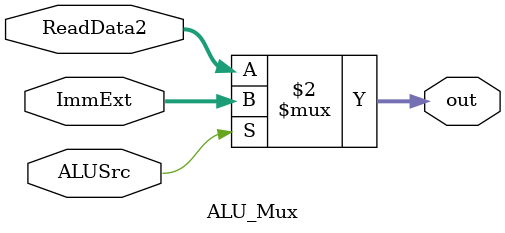
<source format=v>
`timescale 1ns / 1ps

module ALU_Mux(
    input [31:0] ReadData2, // נתון מהרגיסטרים (rs2)
    input [31:0] ImmExt,    // נתון מה-Immediate Generator
    input ALUSrc,           // אות בקרה: 0 לרגיסטר, 1 ל-Immediate
    output [31:0] out
);

    assign out = (ALUSrc == 1'b1) ? ImmExt : ReadData2;

endmodule
</source>
